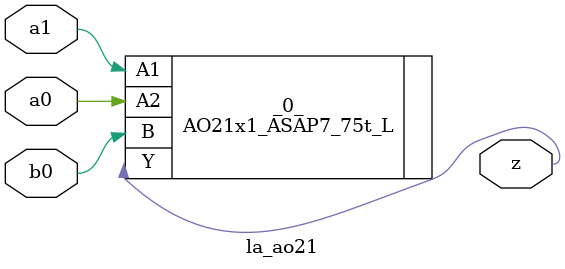
<source format=v>

/* Generated by Yosys 0.37 (git sha1 a5c7f69ed, clang 14.0.0-1ubuntu1.1 -fPIC -Os) */

module la_ao21(a0, a1, b0, z);
  input a0;
  wire a0;
  input a1;
  wire a1;
  input b0;
  wire b0;
  output z;
  wire z;
  AO21x1_ASAP7_75t_L _0_ (
    .A1(a1),
    .A2(a0),
    .B(b0),
    .Y(z)
  );
endmodule

</source>
